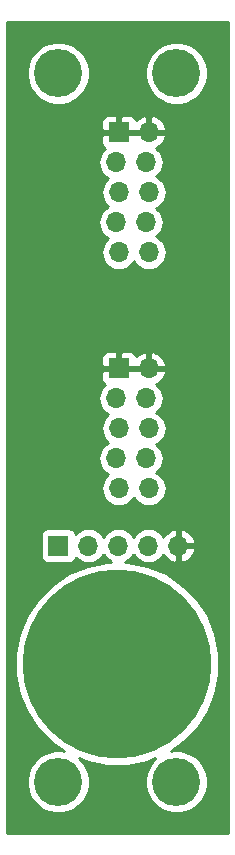
<source format=gbl>
G04 #@! TF.GenerationSoftware,KiCad,Pcbnew,(5.1.0)-1*
G04 #@! TF.CreationDate,2019-05-28T14:05:14-04:00*
G04 #@! TF.ProjectId,Power Supply,506f7765-7220-4537-9570-706c792e6b69,rev?*
G04 #@! TF.SameCoordinates,Original*
G04 #@! TF.FileFunction,Copper,L2,Bot*
G04 #@! TF.FilePolarity,Positive*
%FSLAX46Y46*%
G04 Gerber Fmt 4.6, Leading zero omitted, Abs format (unit mm)*
G04 Created by KiCad (PCBNEW (5.1.0)-1) date 2019-05-28 14:05:14*
%MOMM*%
%LPD*%
G04 APERTURE LIST*
%ADD10C,16.000000*%
%ADD11C,4.064000*%
%ADD12O,1.700000X1.700000*%
%ADD13R,1.700000X1.700000*%
%ADD14C,0.254000*%
G04 APERTURE END LIST*
D10*
X80000000Y-105000000D03*
D11*
X75000000Y-55000000D03*
X85000000Y-115000000D03*
X85000000Y-55000000D03*
X75000000Y-115000000D03*
D12*
X82667000Y-70160000D03*
X80127000Y-70160000D03*
X82413000Y-67620000D03*
X79873000Y-67620000D03*
X82667000Y-65080000D03*
X80127000Y-65080000D03*
X82413000Y-62540000D03*
X79873000Y-62540000D03*
X82667000Y-60000000D03*
D13*
X80127000Y-60000000D03*
X80127000Y-80000000D03*
D12*
X82667000Y-80000000D03*
X79873000Y-82540000D03*
X82413000Y-82540000D03*
X80127000Y-85080000D03*
X82667000Y-85080000D03*
X79873000Y-87620000D03*
X82413000Y-87620000D03*
X80127000Y-90160000D03*
X82667000Y-90160000D03*
D13*
X75000000Y-95000000D03*
D12*
X77540000Y-95000000D03*
X80080000Y-95000000D03*
X82620000Y-95000000D03*
X85160000Y-95000000D03*
D14*
G36*
X89340000Y-119340000D02*
G01*
X70660000Y-119340000D01*
X70660000Y-104149527D01*
X71365000Y-104149527D01*
X71365000Y-105850473D01*
X71696838Y-107518737D01*
X72347762Y-109090206D01*
X73292758Y-110504492D01*
X74495508Y-111707242D01*
X75503803Y-112380963D01*
X75262677Y-112333000D01*
X74737323Y-112333000D01*
X74222065Y-112435492D01*
X73736702Y-112636536D01*
X73299887Y-112928406D01*
X72928406Y-113299887D01*
X72636536Y-113736702D01*
X72435492Y-114222065D01*
X72333000Y-114737323D01*
X72333000Y-115262677D01*
X72435492Y-115777935D01*
X72636536Y-116263298D01*
X72928406Y-116700113D01*
X73299887Y-117071594D01*
X73736702Y-117363464D01*
X74222065Y-117564508D01*
X74737323Y-117667000D01*
X75262677Y-117667000D01*
X75777935Y-117564508D01*
X76263298Y-117363464D01*
X76700113Y-117071594D01*
X77071594Y-116700113D01*
X77363464Y-116263298D01*
X77564508Y-115777935D01*
X77667000Y-115262677D01*
X77667000Y-114737323D01*
X77564508Y-114222065D01*
X77363464Y-113736702D01*
X77071594Y-113299887D01*
X76787505Y-113015798D01*
X77481263Y-113303162D01*
X79149527Y-113635000D01*
X80850473Y-113635000D01*
X82518737Y-113303162D01*
X83212495Y-113015798D01*
X82928406Y-113299887D01*
X82636536Y-113736702D01*
X82435492Y-114222065D01*
X82333000Y-114737323D01*
X82333000Y-115262677D01*
X82435492Y-115777935D01*
X82636536Y-116263298D01*
X82928406Y-116700113D01*
X83299887Y-117071594D01*
X83736702Y-117363464D01*
X84222065Y-117564508D01*
X84737323Y-117667000D01*
X85262677Y-117667000D01*
X85777935Y-117564508D01*
X86263298Y-117363464D01*
X86700113Y-117071594D01*
X87071594Y-116700113D01*
X87363464Y-116263298D01*
X87564508Y-115777935D01*
X87667000Y-115262677D01*
X87667000Y-114737323D01*
X87564508Y-114222065D01*
X87363464Y-113736702D01*
X87071594Y-113299887D01*
X86700113Y-112928406D01*
X86263298Y-112636536D01*
X85777935Y-112435492D01*
X85262677Y-112333000D01*
X84737323Y-112333000D01*
X84496197Y-112380963D01*
X85504492Y-111707242D01*
X86707242Y-110504492D01*
X87652238Y-109090206D01*
X88303162Y-107518737D01*
X88635000Y-105850473D01*
X88635000Y-104149527D01*
X88303162Y-102481263D01*
X87652238Y-100909794D01*
X86707242Y-99495508D01*
X85504492Y-98292758D01*
X84090206Y-97347762D01*
X82518737Y-96696838D01*
X80850473Y-96365000D01*
X80676476Y-96365000D01*
X80909014Y-96240706D01*
X81135134Y-96055134D01*
X81320706Y-95829014D01*
X81350000Y-95774209D01*
X81379294Y-95829014D01*
X81564866Y-96055134D01*
X81790986Y-96240706D01*
X82048966Y-96378599D01*
X82328889Y-96463513D01*
X82547050Y-96485000D01*
X82692950Y-96485000D01*
X82911111Y-96463513D01*
X83191034Y-96378599D01*
X83449014Y-96240706D01*
X83675134Y-96055134D01*
X83860706Y-95829014D01*
X83895201Y-95764477D01*
X83964822Y-95881355D01*
X84159731Y-96097588D01*
X84393080Y-96271641D01*
X84655901Y-96396825D01*
X84803110Y-96441476D01*
X85033000Y-96320155D01*
X85033000Y-95127000D01*
X85287000Y-95127000D01*
X85287000Y-96320155D01*
X85516890Y-96441476D01*
X85664099Y-96396825D01*
X85926920Y-96271641D01*
X86160269Y-96097588D01*
X86355178Y-95881355D01*
X86504157Y-95631252D01*
X86601481Y-95356891D01*
X86480814Y-95127000D01*
X85287000Y-95127000D01*
X85033000Y-95127000D01*
X85013000Y-95127000D01*
X85013000Y-94873000D01*
X85033000Y-94873000D01*
X85033000Y-93679845D01*
X85287000Y-93679845D01*
X85287000Y-94873000D01*
X86480814Y-94873000D01*
X86601481Y-94643109D01*
X86504157Y-94368748D01*
X86355178Y-94118645D01*
X86160269Y-93902412D01*
X85926920Y-93728359D01*
X85664099Y-93603175D01*
X85516890Y-93558524D01*
X85287000Y-93679845D01*
X85033000Y-93679845D01*
X84803110Y-93558524D01*
X84655901Y-93603175D01*
X84393080Y-93728359D01*
X84159731Y-93902412D01*
X83964822Y-94118645D01*
X83895201Y-94235523D01*
X83860706Y-94170986D01*
X83675134Y-93944866D01*
X83449014Y-93759294D01*
X83191034Y-93621401D01*
X82911111Y-93536487D01*
X82692950Y-93515000D01*
X82547050Y-93515000D01*
X82328889Y-93536487D01*
X82048966Y-93621401D01*
X81790986Y-93759294D01*
X81564866Y-93944866D01*
X81379294Y-94170986D01*
X81350000Y-94225791D01*
X81320706Y-94170986D01*
X81135134Y-93944866D01*
X80909014Y-93759294D01*
X80651034Y-93621401D01*
X80371111Y-93536487D01*
X80152950Y-93515000D01*
X80007050Y-93515000D01*
X79788889Y-93536487D01*
X79508966Y-93621401D01*
X79250986Y-93759294D01*
X79024866Y-93944866D01*
X78839294Y-94170986D01*
X78810000Y-94225791D01*
X78780706Y-94170986D01*
X78595134Y-93944866D01*
X78369014Y-93759294D01*
X78111034Y-93621401D01*
X77831111Y-93536487D01*
X77612950Y-93515000D01*
X77467050Y-93515000D01*
X77248889Y-93536487D01*
X76968966Y-93621401D01*
X76710986Y-93759294D01*
X76484866Y-93944866D01*
X76460393Y-93974687D01*
X76439502Y-93905820D01*
X76380537Y-93795506D01*
X76301185Y-93698815D01*
X76204494Y-93619463D01*
X76094180Y-93560498D01*
X75974482Y-93524188D01*
X75850000Y-93511928D01*
X74150000Y-93511928D01*
X74025518Y-93524188D01*
X73905820Y-93560498D01*
X73795506Y-93619463D01*
X73698815Y-93698815D01*
X73619463Y-93795506D01*
X73560498Y-93905820D01*
X73524188Y-94025518D01*
X73511928Y-94150000D01*
X73511928Y-95850000D01*
X73524188Y-95974482D01*
X73560498Y-96094180D01*
X73619463Y-96204494D01*
X73698815Y-96301185D01*
X73795506Y-96380537D01*
X73905820Y-96439502D01*
X74025518Y-96475812D01*
X74150000Y-96488072D01*
X75850000Y-96488072D01*
X75974482Y-96475812D01*
X76094180Y-96439502D01*
X76204494Y-96380537D01*
X76301185Y-96301185D01*
X76380537Y-96204494D01*
X76439502Y-96094180D01*
X76460393Y-96025313D01*
X76484866Y-96055134D01*
X76710986Y-96240706D01*
X76968966Y-96378599D01*
X77248889Y-96463513D01*
X77467050Y-96485000D01*
X77612950Y-96485000D01*
X77831111Y-96463513D01*
X78111034Y-96378599D01*
X78369014Y-96240706D01*
X78595134Y-96055134D01*
X78780706Y-95829014D01*
X78810000Y-95774209D01*
X78839294Y-95829014D01*
X79024866Y-96055134D01*
X79250986Y-96240706D01*
X79483524Y-96365000D01*
X79149527Y-96365000D01*
X77481263Y-96696838D01*
X75909794Y-97347762D01*
X74495508Y-98292758D01*
X73292758Y-99495508D01*
X72347762Y-100909794D01*
X71696838Y-102481263D01*
X71365000Y-104149527D01*
X70660000Y-104149527D01*
X70660000Y-82540000D01*
X78380815Y-82540000D01*
X78409487Y-82831111D01*
X78494401Y-83111034D01*
X78632294Y-83369014D01*
X78817866Y-83595134D01*
X79043986Y-83780706D01*
X79241036Y-83886031D01*
X79071866Y-84024866D01*
X78886294Y-84250986D01*
X78748401Y-84508966D01*
X78663487Y-84788889D01*
X78634815Y-85080000D01*
X78663487Y-85371111D01*
X78748401Y-85651034D01*
X78886294Y-85909014D01*
X79071866Y-86135134D01*
X79241036Y-86273969D01*
X79043986Y-86379294D01*
X78817866Y-86564866D01*
X78632294Y-86790986D01*
X78494401Y-87048966D01*
X78409487Y-87328889D01*
X78380815Y-87620000D01*
X78409487Y-87911111D01*
X78494401Y-88191034D01*
X78632294Y-88449014D01*
X78817866Y-88675134D01*
X79043986Y-88860706D01*
X79241036Y-88966031D01*
X79071866Y-89104866D01*
X78886294Y-89330986D01*
X78748401Y-89588966D01*
X78663487Y-89868889D01*
X78634815Y-90160000D01*
X78663487Y-90451111D01*
X78748401Y-90731034D01*
X78886294Y-90989014D01*
X79071866Y-91215134D01*
X79297986Y-91400706D01*
X79555966Y-91538599D01*
X79835889Y-91623513D01*
X80054050Y-91645000D01*
X80199950Y-91645000D01*
X80418111Y-91623513D01*
X80698034Y-91538599D01*
X80956014Y-91400706D01*
X81182134Y-91215134D01*
X81367706Y-90989014D01*
X81397000Y-90934209D01*
X81426294Y-90989014D01*
X81611866Y-91215134D01*
X81837986Y-91400706D01*
X82095966Y-91538599D01*
X82375889Y-91623513D01*
X82594050Y-91645000D01*
X82739950Y-91645000D01*
X82958111Y-91623513D01*
X83238034Y-91538599D01*
X83496014Y-91400706D01*
X83722134Y-91215134D01*
X83907706Y-90989014D01*
X84045599Y-90731034D01*
X84130513Y-90451111D01*
X84159185Y-90160000D01*
X84130513Y-89868889D01*
X84045599Y-89588966D01*
X83907706Y-89330986D01*
X83722134Y-89104866D01*
X83496014Y-88919294D01*
X83298964Y-88813969D01*
X83468134Y-88675134D01*
X83653706Y-88449014D01*
X83791599Y-88191034D01*
X83876513Y-87911111D01*
X83905185Y-87620000D01*
X83876513Y-87328889D01*
X83791599Y-87048966D01*
X83653706Y-86790986D01*
X83468134Y-86564866D01*
X83298964Y-86426031D01*
X83496014Y-86320706D01*
X83722134Y-86135134D01*
X83907706Y-85909014D01*
X84045599Y-85651034D01*
X84130513Y-85371111D01*
X84159185Y-85080000D01*
X84130513Y-84788889D01*
X84045599Y-84508966D01*
X83907706Y-84250986D01*
X83722134Y-84024866D01*
X83496014Y-83839294D01*
X83298964Y-83733969D01*
X83468134Y-83595134D01*
X83653706Y-83369014D01*
X83791599Y-83111034D01*
X83876513Y-82831111D01*
X83905185Y-82540000D01*
X83876513Y-82248889D01*
X83791599Y-81968966D01*
X83653706Y-81710986D01*
X83468134Y-81484866D01*
X83297154Y-81344546D01*
X83298252Y-81344157D01*
X83548355Y-81195178D01*
X83764588Y-81000269D01*
X83938641Y-80766920D01*
X84063825Y-80504099D01*
X84108476Y-80356890D01*
X83987155Y-80127000D01*
X82794000Y-80127000D01*
X82794000Y-80147000D01*
X82540000Y-80147000D01*
X82540000Y-80127000D01*
X80254000Y-80127000D01*
X80254000Y-80147000D01*
X80000000Y-80147000D01*
X80000000Y-80127000D01*
X78800750Y-80127000D01*
X78642000Y-80285750D01*
X78638928Y-80850000D01*
X78651188Y-80974482D01*
X78687498Y-81094180D01*
X78746463Y-81204494D01*
X78825815Y-81301185D01*
X78922506Y-81380537D01*
X78936123Y-81387815D01*
X78817866Y-81484866D01*
X78632294Y-81710986D01*
X78494401Y-81968966D01*
X78409487Y-82248889D01*
X78380815Y-82540000D01*
X70660000Y-82540000D01*
X70660000Y-79150000D01*
X78638928Y-79150000D01*
X78642000Y-79714250D01*
X78800750Y-79873000D01*
X80000000Y-79873000D01*
X80000000Y-78673750D01*
X80254000Y-78673750D01*
X80254000Y-79873000D01*
X82540000Y-79873000D01*
X82540000Y-78679186D01*
X82794000Y-78679186D01*
X82794000Y-79873000D01*
X83987155Y-79873000D01*
X84108476Y-79643110D01*
X84063825Y-79495901D01*
X83938641Y-79233080D01*
X83764588Y-78999731D01*
X83548355Y-78804822D01*
X83298252Y-78655843D01*
X83023891Y-78558519D01*
X82794000Y-78679186D01*
X82540000Y-78679186D01*
X82310109Y-78558519D01*
X82035748Y-78655843D01*
X81785645Y-78804822D01*
X81589498Y-78981626D01*
X81566502Y-78905820D01*
X81507537Y-78795506D01*
X81428185Y-78698815D01*
X81331494Y-78619463D01*
X81221180Y-78560498D01*
X81101482Y-78524188D01*
X80977000Y-78511928D01*
X80412750Y-78515000D01*
X80254000Y-78673750D01*
X80000000Y-78673750D01*
X79841250Y-78515000D01*
X79277000Y-78511928D01*
X79152518Y-78524188D01*
X79032820Y-78560498D01*
X78922506Y-78619463D01*
X78825815Y-78698815D01*
X78746463Y-78795506D01*
X78687498Y-78905820D01*
X78651188Y-79025518D01*
X78638928Y-79150000D01*
X70660000Y-79150000D01*
X70660000Y-62540000D01*
X78380815Y-62540000D01*
X78409487Y-62831111D01*
X78494401Y-63111034D01*
X78632294Y-63369014D01*
X78817866Y-63595134D01*
X79043986Y-63780706D01*
X79241036Y-63886031D01*
X79071866Y-64024866D01*
X78886294Y-64250986D01*
X78748401Y-64508966D01*
X78663487Y-64788889D01*
X78634815Y-65080000D01*
X78663487Y-65371111D01*
X78748401Y-65651034D01*
X78886294Y-65909014D01*
X79071866Y-66135134D01*
X79241036Y-66273969D01*
X79043986Y-66379294D01*
X78817866Y-66564866D01*
X78632294Y-66790986D01*
X78494401Y-67048966D01*
X78409487Y-67328889D01*
X78380815Y-67620000D01*
X78409487Y-67911111D01*
X78494401Y-68191034D01*
X78632294Y-68449014D01*
X78817866Y-68675134D01*
X79043986Y-68860706D01*
X79241036Y-68966031D01*
X79071866Y-69104866D01*
X78886294Y-69330986D01*
X78748401Y-69588966D01*
X78663487Y-69868889D01*
X78634815Y-70160000D01*
X78663487Y-70451111D01*
X78748401Y-70731034D01*
X78886294Y-70989014D01*
X79071866Y-71215134D01*
X79297986Y-71400706D01*
X79555966Y-71538599D01*
X79835889Y-71623513D01*
X80054050Y-71645000D01*
X80199950Y-71645000D01*
X80418111Y-71623513D01*
X80698034Y-71538599D01*
X80956014Y-71400706D01*
X81182134Y-71215134D01*
X81367706Y-70989014D01*
X81397000Y-70934209D01*
X81426294Y-70989014D01*
X81611866Y-71215134D01*
X81837986Y-71400706D01*
X82095966Y-71538599D01*
X82375889Y-71623513D01*
X82594050Y-71645000D01*
X82739950Y-71645000D01*
X82958111Y-71623513D01*
X83238034Y-71538599D01*
X83496014Y-71400706D01*
X83722134Y-71215134D01*
X83907706Y-70989014D01*
X84045599Y-70731034D01*
X84130513Y-70451111D01*
X84159185Y-70160000D01*
X84130513Y-69868889D01*
X84045599Y-69588966D01*
X83907706Y-69330986D01*
X83722134Y-69104866D01*
X83496014Y-68919294D01*
X83298964Y-68813969D01*
X83468134Y-68675134D01*
X83653706Y-68449014D01*
X83791599Y-68191034D01*
X83876513Y-67911111D01*
X83905185Y-67620000D01*
X83876513Y-67328889D01*
X83791599Y-67048966D01*
X83653706Y-66790986D01*
X83468134Y-66564866D01*
X83298964Y-66426031D01*
X83496014Y-66320706D01*
X83722134Y-66135134D01*
X83907706Y-65909014D01*
X84045599Y-65651034D01*
X84130513Y-65371111D01*
X84159185Y-65080000D01*
X84130513Y-64788889D01*
X84045599Y-64508966D01*
X83907706Y-64250986D01*
X83722134Y-64024866D01*
X83496014Y-63839294D01*
X83298964Y-63733969D01*
X83468134Y-63595134D01*
X83653706Y-63369014D01*
X83791599Y-63111034D01*
X83876513Y-62831111D01*
X83905185Y-62540000D01*
X83876513Y-62248889D01*
X83791599Y-61968966D01*
X83653706Y-61710986D01*
X83468134Y-61484866D01*
X83297154Y-61344546D01*
X83298252Y-61344157D01*
X83548355Y-61195178D01*
X83764588Y-61000269D01*
X83938641Y-60766920D01*
X84063825Y-60504099D01*
X84108476Y-60356890D01*
X83987155Y-60127000D01*
X82794000Y-60127000D01*
X82794000Y-60147000D01*
X82540000Y-60147000D01*
X82540000Y-60127000D01*
X80254000Y-60127000D01*
X80254000Y-60147000D01*
X80000000Y-60147000D01*
X80000000Y-60127000D01*
X78800750Y-60127000D01*
X78642000Y-60285750D01*
X78638928Y-60850000D01*
X78651188Y-60974482D01*
X78687498Y-61094180D01*
X78746463Y-61204494D01*
X78825815Y-61301185D01*
X78922506Y-61380537D01*
X78936123Y-61387815D01*
X78817866Y-61484866D01*
X78632294Y-61710986D01*
X78494401Y-61968966D01*
X78409487Y-62248889D01*
X78380815Y-62540000D01*
X70660000Y-62540000D01*
X70660000Y-59150000D01*
X78638928Y-59150000D01*
X78642000Y-59714250D01*
X78800750Y-59873000D01*
X80000000Y-59873000D01*
X80000000Y-58673750D01*
X80254000Y-58673750D01*
X80254000Y-59873000D01*
X82540000Y-59873000D01*
X82540000Y-58679186D01*
X82794000Y-58679186D01*
X82794000Y-59873000D01*
X83987155Y-59873000D01*
X84108476Y-59643110D01*
X84063825Y-59495901D01*
X83938641Y-59233080D01*
X83764588Y-58999731D01*
X83548355Y-58804822D01*
X83298252Y-58655843D01*
X83023891Y-58558519D01*
X82794000Y-58679186D01*
X82540000Y-58679186D01*
X82310109Y-58558519D01*
X82035748Y-58655843D01*
X81785645Y-58804822D01*
X81589498Y-58981626D01*
X81566502Y-58905820D01*
X81507537Y-58795506D01*
X81428185Y-58698815D01*
X81331494Y-58619463D01*
X81221180Y-58560498D01*
X81101482Y-58524188D01*
X80977000Y-58511928D01*
X80412750Y-58515000D01*
X80254000Y-58673750D01*
X80000000Y-58673750D01*
X79841250Y-58515000D01*
X79277000Y-58511928D01*
X79152518Y-58524188D01*
X79032820Y-58560498D01*
X78922506Y-58619463D01*
X78825815Y-58698815D01*
X78746463Y-58795506D01*
X78687498Y-58905820D01*
X78651188Y-59025518D01*
X78638928Y-59150000D01*
X70660000Y-59150000D01*
X70660000Y-54737323D01*
X72333000Y-54737323D01*
X72333000Y-55262677D01*
X72435492Y-55777935D01*
X72636536Y-56263298D01*
X72928406Y-56700113D01*
X73299887Y-57071594D01*
X73736702Y-57363464D01*
X74222065Y-57564508D01*
X74737323Y-57667000D01*
X75262677Y-57667000D01*
X75777935Y-57564508D01*
X76263298Y-57363464D01*
X76700113Y-57071594D01*
X77071594Y-56700113D01*
X77363464Y-56263298D01*
X77564508Y-55777935D01*
X77667000Y-55262677D01*
X77667000Y-54737323D01*
X82333000Y-54737323D01*
X82333000Y-55262677D01*
X82435492Y-55777935D01*
X82636536Y-56263298D01*
X82928406Y-56700113D01*
X83299887Y-57071594D01*
X83736702Y-57363464D01*
X84222065Y-57564508D01*
X84737323Y-57667000D01*
X85262677Y-57667000D01*
X85777935Y-57564508D01*
X86263298Y-57363464D01*
X86700113Y-57071594D01*
X87071594Y-56700113D01*
X87363464Y-56263298D01*
X87564508Y-55777935D01*
X87667000Y-55262677D01*
X87667000Y-54737323D01*
X87564508Y-54222065D01*
X87363464Y-53736702D01*
X87071594Y-53299887D01*
X86700113Y-52928406D01*
X86263298Y-52636536D01*
X85777935Y-52435492D01*
X85262677Y-52333000D01*
X84737323Y-52333000D01*
X84222065Y-52435492D01*
X83736702Y-52636536D01*
X83299887Y-52928406D01*
X82928406Y-53299887D01*
X82636536Y-53736702D01*
X82435492Y-54222065D01*
X82333000Y-54737323D01*
X77667000Y-54737323D01*
X77564508Y-54222065D01*
X77363464Y-53736702D01*
X77071594Y-53299887D01*
X76700113Y-52928406D01*
X76263298Y-52636536D01*
X75777935Y-52435492D01*
X75262677Y-52333000D01*
X74737323Y-52333000D01*
X74222065Y-52435492D01*
X73736702Y-52636536D01*
X73299887Y-52928406D01*
X72928406Y-53299887D01*
X72636536Y-53736702D01*
X72435492Y-54222065D01*
X72333000Y-54737323D01*
X70660000Y-54737323D01*
X70660000Y-50660000D01*
X89340001Y-50660000D01*
X89340000Y-119340000D01*
X89340000Y-119340000D01*
G37*
X89340000Y-119340000D02*
X70660000Y-119340000D01*
X70660000Y-104149527D01*
X71365000Y-104149527D01*
X71365000Y-105850473D01*
X71696838Y-107518737D01*
X72347762Y-109090206D01*
X73292758Y-110504492D01*
X74495508Y-111707242D01*
X75503803Y-112380963D01*
X75262677Y-112333000D01*
X74737323Y-112333000D01*
X74222065Y-112435492D01*
X73736702Y-112636536D01*
X73299887Y-112928406D01*
X72928406Y-113299887D01*
X72636536Y-113736702D01*
X72435492Y-114222065D01*
X72333000Y-114737323D01*
X72333000Y-115262677D01*
X72435492Y-115777935D01*
X72636536Y-116263298D01*
X72928406Y-116700113D01*
X73299887Y-117071594D01*
X73736702Y-117363464D01*
X74222065Y-117564508D01*
X74737323Y-117667000D01*
X75262677Y-117667000D01*
X75777935Y-117564508D01*
X76263298Y-117363464D01*
X76700113Y-117071594D01*
X77071594Y-116700113D01*
X77363464Y-116263298D01*
X77564508Y-115777935D01*
X77667000Y-115262677D01*
X77667000Y-114737323D01*
X77564508Y-114222065D01*
X77363464Y-113736702D01*
X77071594Y-113299887D01*
X76787505Y-113015798D01*
X77481263Y-113303162D01*
X79149527Y-113635000D01*
X80850473Y-113635000D01*
X82518737Y-113303162D01*
X83212495Y-113015798D01*
X82928406Y-113299887D01*
X82636536Y-113736702D01*
X82435492Y-114222065D01*
X82333000Y-114737323D01*
X82333000Y-115262677D01*
X82435492Y-115777935D01*
X82636536Y-116263298D01*
X82928406Y-116700113D01*
X83299887Y-117071594D01*
X83736702Y-117363464D01*
X84222065Y-117564508D01*
X84737323Y-117667000D01*
X85262677Y-117667000D01*
X85777935Y-117564508D01*
X86263298Y-117363464D01*
X86700113Y-117071594D01*
X87071594Y-116700113D01*
X87363464Y-116263298D01*
X87564508Y-115777935D01*
X87667000Y-115262677D01*
X87667000Y-114737323D01*
X87564508Y-114222065D01*
X87363464Y-113736702D01*
X87071594Y-113299887D01*
X86700113Y-112928406D01*
X86263298Y-112636536D01*
X85777935Y-112435492D01*
X85262677Y-112333000D01*
X84737323Y-112333000D01*
X84496197Y-112380963D01*
X85504492Y-111707242D01*
X86707242Y-110504492D01*
X87652238Y-109090206D01*
X88303162Y-107518737D01*
X88635000Y-105850473D01*
X88635000Y-104149527D01*
X88303162Y-102481263D01*
X87652238Y-100909794D01*
X86707242Y-99495508D01*
X85504492Y-98292758D01*
X84090206Y-97347762D01*
X82518737Y-96696838D01*
X80850473Y-96365000D01*
X80676476Y-96365000D01*
X80909014Y-96240706D01*
X81135134Y-96055134D01*
X81320706Y-95829014D01*
X81350000Y-95774209D01*
X81379294Y-95829014D01*
X81564866Y-96055134D01*
X81790986Y-96240706D01*
X82048966Y-96378599D01*
X82328889Y-96463513D01*
X82547050Y-96485000D01*
X82692950Y-96485000D01*
X82911111Y-96463513D01*
X83191034Y-96378599D01*
X83449014Y-96240706D01*
X83675134Y-96055134D01*
X83860706Y-95829014D01*
X83895201Y-95764477D01*
X83964822Y-95881355D01*
X84159731Y-96097588D01*
X84393080Y-96271641D01*
X84655901Y-96396825D01*
X84803110Y-96441476D01*
X85033000Y-96320155D01*
X85033000Y-95127000D01*
X85287000Y-95127000D01*
X85287000Y-96320155D01*
X85516890Y-96441476D01*
X85664099Y-96396825D01*
X85926920Y-96271641D01*
X86160269Y-96097588D01*
X86355178Y-95881355D01*
X86504157Y-95631252D01*
X86601481Y-95356891D01*
X86480814Y-95127000D01*
X85287000Y-95127000D01*
X85033000Y-95127000D01*
X85013000Y-95127000D01*
X85013000Y-94873000D01*
X85033000Y-94873000D01*
X85033000Y-93679845D01*
X85287000Y-93679845D01*
X85287000Y-94873000D01*
X86480814Y-94873000D01*
X86601481Y-94643109D01*
X86504157Y-94368748D01*
X86355178Y-94118645D01*
X86160269Y-93902412D01*
X85926920Y-93728359D01*
X85664099Y-93603175D01*
X85516890Y-93558524D01*
X85287000Y-93679845D01*
X85033000Y-93679845D01*
X84803110Y-93558524D01*
X84655901Y-93603175D01*
X84393080Y-93728359D01*
X84159731Y-93902412D01*
X83964822Y-94118645D01*
X83895201Y-94235523D01*
X83860706Y-94170986D01*
X83675134Y-93944866D01*
X83449014Y-93759294D01*
X83191034Y-93621401D01*
X82911111Y-93536487D01*
X82692950Y-93515000D01*
X82547050Y-93515000D01*
X82328889Y-93536487D01*
X82048966Y-93621401D01*
X81790986Y-93759294D01*
X81564866Y-93944866D01*
X81379294Y-94170986D01*
X81350000Y-94225791D01*
X81320706Y-94170986D01*
X81135134Y-93944866D01*
X80909014Y-93759294D01*
X80651034Y-93621401D01*
X80371111Y-93536487D01*
X80152950Y-93515000D01*
X80007050Y-93515000D01*
X79788889Y-93536487D01*
X79508966Y-93621401D01*
X79250986Y-93759294D01*
X79024866Y-93944866D01*
X78839294Y-94170986D01*
X78810000Y-94225791D01*
X78780706Y-94170986D01*
X78595134Y-93944866D01*
X78369014Y-93759294D01*
X78111034Y-93621401D01*
X77831111Y-93536487D01*
X77612950Y-93515000D01*
X77467050Y-93515000D01*
X77248889Y-93536487D01*
X76968966Y-93621401D01*
X76710986Y-93759294D01*
X76484866Y-93944866D01*
X76460393Y-93974687D01*
X76439502Y-93905820D01*
X76380537Y-93795506D01*
X76301185Y-93698815D01*
X76204494Y-93619463D01*
X76094180Y-93560498D01*
X75974482Y-93524188D01*
X75850000Y-93511928D01*
X74150000Y-93511928D01*
X74025518Y-93524188D01*
X73905820Y-93560498D01*
X73795506Y-93619463D01*
X73698815Y-93698815D01*
X73619463Y-93795506D01*
X73560498Y-93905820D01*
X73524188Y-94025518D01*
X73511928Y-94150000D01*
X73511928Y-95850000D01*
X73524188Y-95974482D01*
X73560498Y-96094180D01*
X73619463Y-96204494D01*
X73698815Y-96301185D01*
X73795506Y-96380537D01*
X73905820Y-96439502D01*
X74025518Y-96475812D01*
X74150000Y-96488072D01*
X75850000Y-96488072D01*
X75974482Y-96475812D01*
X76094180Y-96439502D01*
X76204494Y-96380537D01*
X76301185Y-96301185D01*
X76380537Y-96204494D01*
X76439502Y-96094180D01*
X76460393Y-96025313D01*
X76484866Y-96055134D01*
X76710986Y-96240706D01*
X76968966Y-96378599D01*
X77248889Y-96463513D01*
X77467050Y-96485000D01*
X77612950Y-96485000D01*
X77831111Y-96463513D01*
X78111034Y-96378599D01*
X78369014Y-96240706D01*
X78595134Y-96055134D01*
X78780706Y-95829014D01*
X78810000Y-95774209D01*
X78839294Y-95829014D01*
X79024866Y-96055134D01*
X79250986Y-96240706D01*
X79483524Y-96365000D01*
X79149527Y-96365000D01*
X77481263Y-96696838D01*
X75909794Y-97347762D01*
X74495508Y-98292758D01*
X73292758Y-99495508D01*
X72347762Y-100909794D01*
X71696838Y-102481263D01*
X71365000Y-104149527D01*
X70660000Y-104149527D01*
X70660000Y-82540000D01*
X78380815Y-82540000D01*
X78409487Y-82831111D01*
X78494401Y-83111034D01*
X78632294Y-83369014D01*
X78817866Y-83595134D01*
X79043986Y-83780706D01*
X79241036Y-83886031D01*
X79071866Y-84024866D01*
X78886294Y-84250986D01*
X78748401Y-84508966D01*
X78663487Y-84788889D01*
X78634815Y-85080000D01*
X78663487Y-85371111D01*
X78748401Y-85651034D01*
X78886294Y-85909014D01*
X79071866Y-86135134D01*
X79241036Y-86273969D01*
X79043986Y-86379294D01*
X78817866Y-86564866D01*
X78632294Y-86790986D01*
X78494401Y-87048966D01*
X78409487Y-87328889D01*
X78380815Y-87620000D01*
X78409487Y-87911111D01*
X78494401Y-88191034D01*
X78632294Y-88449014D01*
X78817866Y-88675134D01*
X79043986Y-88860706D01*
X79241036Y-88966031D01*
X79071866Y-89104866D01*
X78886294Y-89330986D01*
X78748401Y-89588966D01*
X78663487Y-89868889D01*
X78634815Y-90160000D01*
X78663487Y-90451111D01*
X78748401Y-90731034D01*
X78886294Y-90989014D01*
X79071866Y-91215134D01*
X79297986Y-91400706D01*
X79555966Y-91538599D01*
X79835889Y-91623513D01*
X80054050Y-91645000D01*
X80199950Y-91645000D01*
X80418111Y-91623513D01*
X80698034Y-91538599D01*
X80956014Y-91400706D01*
X81182134Y-91215134D01*
X81367706Y-90989014D01*
X81397000Y-90934209D01*
X81426294Y-90989014D01*
X81611866Y-91215134D01*
X81837986Y-91400706D01*
X82095966Y-91538599D01*
X82375889Y-91623513D01*
X82594050Y-91645000D01*
X82739950Y-91645000D01*
X82958111Y-91623513D01*
X83238034Y-91538599D01*
X83496014Y-91400706D01*
X83722134Y-91215134D01*
X83907706Y-90989014D01*
X84045599Y-90731034D01*
X84130513Y-90451111D01*
X84159185Y-90160000D01*
X84130513Y-89868889D01*
X84045599Y-89588966D01*
X83907706Y-89330986D01*
X83722134Y-89104866D01*
X83496014Y-88919294D01*
X83298964Y-88813969D01*
X83468134Y-88675134D01*
X83653706Y-88449014D01*
X83791599Y-88191034D01*
X83876513Y-87911111D01*
X83905185Y-87620000D01*
X83876513Y-87328889D01*
X83791599Y-87048966D01*
X83653706Y-86790986D01*
X83468134Y-86564866D01*
X83298964Y-86426031D01*
X83496014Y-86320706D01*
X83722134Y-86135134D01*
X83907706Y-85909014D01*
X84045599Y-85651034D01*
X84130513Y-85371111D01*
X84159185Y-85080000D01*
X84130513Y-84788889D01*
X84045599Y-84508966D01*
X83907706Y-84250986D01*
X83722134Y-84024866D01*
X83496014Y-83839294D01*
X83298964Y-83733969D01*
X83468134Y-83595134D01*
X83653706Y-83369014D01*
X83791599Y-83111034D01*
X83876513Y-82831111D01*
X83905185Y-82540000D01*
X83876513Y-82248889D01*
X83791599Y-81968966D01*
X83653706Y-81710986D01*
X83468134Y-81484866D01*
X83297154Y-81344546D01*
X83298252Y-81344157D01*
X83548355Y-81195178D01*
X83764588Y-81000269D01*
X83938641Y-80766920D01*
X84063825Y-80504099D01*
X84108476Y-80356890D01*
X83987155Y-80127000D01*
X82794000Y-80127000D01*
X82794000Y-80147000D01*
X82540000Y-80147000D01*
X82540000Y-80127000D01*
X80254000Y-80127000D01*
X80254000Y-80147000D01*
X80000000Y-80147000D01*
X80000000Y-80127000D01*
X78800750Y-80127000D01*
X78642000Y-80285750D01*
X78638928Y-80850000D01*
X78651188Y-80974482D01*
X78687498Y-81094180D01*
X78746463Y-81204494D01*
X78825815Y-81301185D01*
X78922506Y-81380537D01*
X78936123Y-81387815D01*
X78817866Y-81484866D01*
X78632294Y-81710986D01*
X78494401Y-81968966D01*
X78409487Y-82248889D01*
X78380815Y-82540000D01*
X70660000Y-82540000D01*
X70660000Y-79150000D01*
X78638928Y-79150000D01*
X78642000Y-79714250D01*
X78800750Y-79873000D01*
X80000000Y-79873000D01*
X80000000Y-78673750D01*
X80254000Y-78673750D01*
X80254000Y-79873000D01*
X82540000Y-79873000D01*
X82540000Y-78679186D01*
X82794000Y-78679186D01*
X82794000Y-79873000D01*
X83987155Y-79873000D01*
X84108476Y-79643110D01*
X84063825Y-79495901D01*
X83938641Y-79233080D01*
X83764588Y-78999731D01*
X83548355Y-78804822D01*
X83298252Y-78655843D01*
X83023891Y-78558519D01*
X82794000Y-78679186D01*
X82540000Y-78679186D01*
X82310109Y-78558519D01*
X82035748Y-78655843D01*
X81785645Y-78804822D01*
X81589498Y-78981626D01*
X81566502Y-78905820D01*
X81507537Y-78795506D01*
X81428185Y-78698815D01*
X81331494Y-78619463D01*
X81221180Y-78560498D01*
X81101482Y-78524188D01*
X80977000Y-78511928D01*
X80412750Y-78515000D01*
X80254000Y-78673750D01*
X80000000Y-78673750D01*
X79841250Y-78515000D01*
X79277000Y-78511928D01*
X79152518Y-78524188D01*
X79032820Y-78560498D01*
X78922506Y-78619463D01*
X78825815Y-78698815D01*
X78746463Y-78795506D01*
X78687498Y-78905820D01*
X78651188Y-79025518D01*
X78638928Y-79150000D01*
X70660000Y-79150000D01*
X70660000Y-62540000D01*
X78380815Y-62540000D01*
X78409487Y-62831111D01*
X78494401Y-63111034D01*
X78632294Y-63369014D01*
X78817866Y-63595134D01*
X79043986Y-63780706D01*
X79241036Y-63886031D01*
X79071866Y-64024866D01*
X78886294Y-64250986D01*
X78748401Y-64508966D01*
X78663487Y-64788889D01*
X78634815Y-65080000D01*
X78663487Y-65371111D01*
X78748401Y-65651034D01*
X78886294Y-65909014D01*
X79071866Y-66135134D01*
X79241036Y-66273969D01*
X79043986Y-66379294D01*
X78817866Y-66564866D01*
X78632294Y-66790986D01*
X78494401Y-67048966D01*
X78409487Y-67328889D01*
X78380815Y-67620000D01*
X78409487Y-67911111D01*
X78494401Y-68191034D01*
X78632294Y-68449014D01*
X78817866Y-68675134D01*
X79043986Y-68860706D01*
X79241036Y-68966031D01*
X79071866Y-69104866D01*
X78886294Y-69330986D01*
X78748401Y-69588966D01*
X78663487Y-69868889D01*
X78634815Y-70160000D01*
X78663487Y-70451111D01*
X78748401Y-70731034D01*
X78886294Y-70989014D01*
X79071866Y-71215134D01*
X79297986Y-71400706D01*
X79555966Y-71538599D01*
X79835889Y-71623513D01*
X80054050Y-71645000D01*
X80199950Y-71645000D01*
X80418111Y-71623513D01*
X80698034Y-71538599D01*
X80956014Y-71400706D01*
X81182134Y-71215134D01*
X81367706Y-70989014D01*
X81397000Y-70934209D01*
X81426294Y-70989014D01*
X81611866Y-71215134D01*
X81837986Y-71400706D01*
X82095966Y-71538599D01*
X82375889Y-71623513D01*
X82594050Y-71645000D01*
X82739950Y-71645000D01*
X82958111Y-71623513D01*
X83238034Y-71538599D01*
X83496014Y-71400706D01*
X83722134Y-71215134D01*
X83907706Y-70989014D01*
X84045599Y-70731034D01*
X84130513Y-70451111D01*
X84159185Y-70160000D01*
X84130513Y-69868889D01*
X84045599Y-69588966D01*
X83907706Y-69330986D01*
X83722134Y-69104866D01*
X83496014Y-68919294D01*
X83298964Y-68813969D01*
X83468134Y-68675134D01*
X83653706Y-68449014D01*
X83791599Y-68191034D01*
X83876513Y-67911111D01*
X83905185Y-67620000D01*
X83876513Y-67328889D01*
X83791599Y-67048966D01*
X83653706Y-66790986D01*
X83468134Y-66564866D01*
X83298964Y-66426031D01*
X83496014Y-66320706D01*
X83722134Y-66135134D01*
X83907706Y-65909014D01*
X84045599Y-65651034D01*
X84130513Y-65371111D01*
X84159185Y-65080000D01*
X84130513Y-64788889D01*
X84045599Y-64508966D01*
X83907706Y-64250986D01*
X83722134Y-64024866D01*
X83496014Y-63839294D01*
X83298964Y-63733969D01*
X83468134Y-63595134D01*
X83653706Y-63369014D01*
X83791599Y-63111034D01*
X83876513Y-62831111D01*
X83905185Y-62540000D01*
X83876513Y-62248889D01*
X83791599Y-61968966D01*
X83653706Y-61710986D01*
X83468134Y-61484866D01*
X83297154Y-61344546D01*
X83298252Y-61344157D01*
X83548355Y-61195178D01*
X83764588Y-61000269D01*
X83938641Y-60766920D01*
X84063825Y-60504099D01*
X84108476Y-60356890D01*
X83987155Y-60127000D01*
X82794000Y-60127000D01*
X82794000Y-60147000D01*
X82540000Y-60147000D01*
X82540000Y-60127000D01*
X80254000Y-60127000D01*
X80254000Y-60147000D01*
X80000000Y-60147000D01*
X80000000Y-60127000D01*
X78800750Y-60127000D01*
X78642000Y-60285750D01*
X78638928Y-60850000D01*
X78651188Y-60974482D01*
X78687498Y-61094180D01*
X78746463Y-61204494D01*
X78825815Y-61301185D01*
X78922506Y-61380537D01*
X78936123Y-61387815D01*
X78817866Y-61484866D01*
X78632294Y-61710986D01*
X78494401Y-61968966D01*
X78409487Y-62248889D01*
X78380815Y-62540000D01*
X70660000Y-62540000D01*
X70660000Y-59150000D01*
X78638928Y-59150000D01*
X78642000Y-59714250D01*
X78800750Y-59873000D01*
X80000000Y-59873000D01*
X80000000Y-58673750D01*
X80254000Y-58673750D01*
X80254000Y-59873000D01*
X82540000Y-59873000D01*
X82540000Y-58679186D01*
X82794000Y-58679186D01*
X82794000Y-59873000D01*
X83987155Y-59873000D01*
X84108476Y-59643110D01*
X84063825Y-59495901D01*
X83938641Y-59233080D01*
X83764588Y-58999731D01*
X83548355Y-58804822D01*
X83298252Y-58655843D01*
X83023891Y-58558519D01*
X82794000Y-58679186D01*
X82540000Y-58679186D01*
X82310109Y-58558519D01*
X82035748Y-58655843D01*
X81785645Y-58804822D01*
X81589498Y-58981626D01*
X81566502Y-58905820D01*
X81507537Y-58795506D01*
X81428185Y-58698815D01*
X81331494Y-58619463D01*
X81221180Y-58560498D01*
X81101482Y-58524188D01*
X80977000Y-58511928D01*
X80412750Y-58515000D01*
X80254000Y-58673750D01*
X80000000Y-58673750D01*
X79841250Y-58515000D01*
X79277000Y-58511928D01*
X79152518Y-58524188D01*
X79032820Y-58560498D01*
X78922506Y-58619463D01*
X78825815Y-58698815D01*
X78746463Y-58795506D01*
X78687498Y-58905820D01*
X78651188Y-59025518D01*
X78638928Y-59150000D01*
X70660000Y-59150000D01*
X70660000Y-54737323D01*
X72333000Y-54737323D01*
X72333000Y-55262677D01*
X72435492Y-55777935D01*
X72636536Y-56263298D01*
X72928406Y-56700113D01*
X73299887Y-57071594D01*
X73736702Y-57363464D01*
X74222065Y-57564508D01*
X74737323Y-57667000D01*
X75262677Y-57667000D01*
X75777935Y-57564508D01*
X76263298Y-57363464D01*
X76700113Y-57071594D01*
X77071594Y-56700113D01*
X77363464Y-56263298D01*
X77564508Y-55777935D01*
X77667000Y-55262677D01*
X77667000Y-54737323D01*
X82333000Y-54737323D01*
X82333000Y-55262677D01*
X82435492Y-55777935D01*
X82636536Y-56263298D01*
X82928406Y-56700113D01*
X83299887Y-57071594D01*
X83736702Y-57363464D01*
X84222065Y-57564508D01*
X84737323Y-57667000D01*
X85262677Y-57667000D01*
X85777935Y-57564508D01*
X86263298Y-57363464D01*
X86700113Y-57071594D01*
X87071594Y-56700113D01*
X87363464Y-56263298D01*
X87564508Y-55777935D01*
X87667000Y-55262677D01*
X87667000Y-54737323D01*
X87564508Y-54222065D01*
X87363464Y-53736702D01*
X87071594Y-53299887D01*
X86700113Y-52928406D01*
X86263298Y-52636536D01*
X85777935Y-52435492D01*
X85262677Y-52333000D01*
X84737323Y-52333000D01*
X84222065Y-52435492D01*
X83736702Y-52636536D01*
X83299887Y-52928406D01*
X82928406Y-53299887D01*
X82636536Y-53736702D01*
X82435492Y-54222065D01*
X82333000Y-54737323D01*
X77667000Y-54737323D01*
X77564508Y-54222065D01*
X77363464Y-53736702D01*
X77071594Y-53299887D01*
X76700113Y-52928406D01*
X76263298Y-52636536D01*
X75777935Y-52435492D01*
X75262677Y-52333000D01*
X74737323Y-52333000D01*
X74222065Y-52435492D01*
X73736702Y-52636536D01*
X73299887Y-52928406D01*
X72928406Y-53299887D01*
X72636536Y-53736702D01*
X72435492Y-54222065D01*
X72333000Y-54737323D01*
X70660000Y-54737323D01*
X70660000Y-50660000D01*
X89340001Y-50660000D01*
X89340000Y-119340000D01*
M02*

</source>
